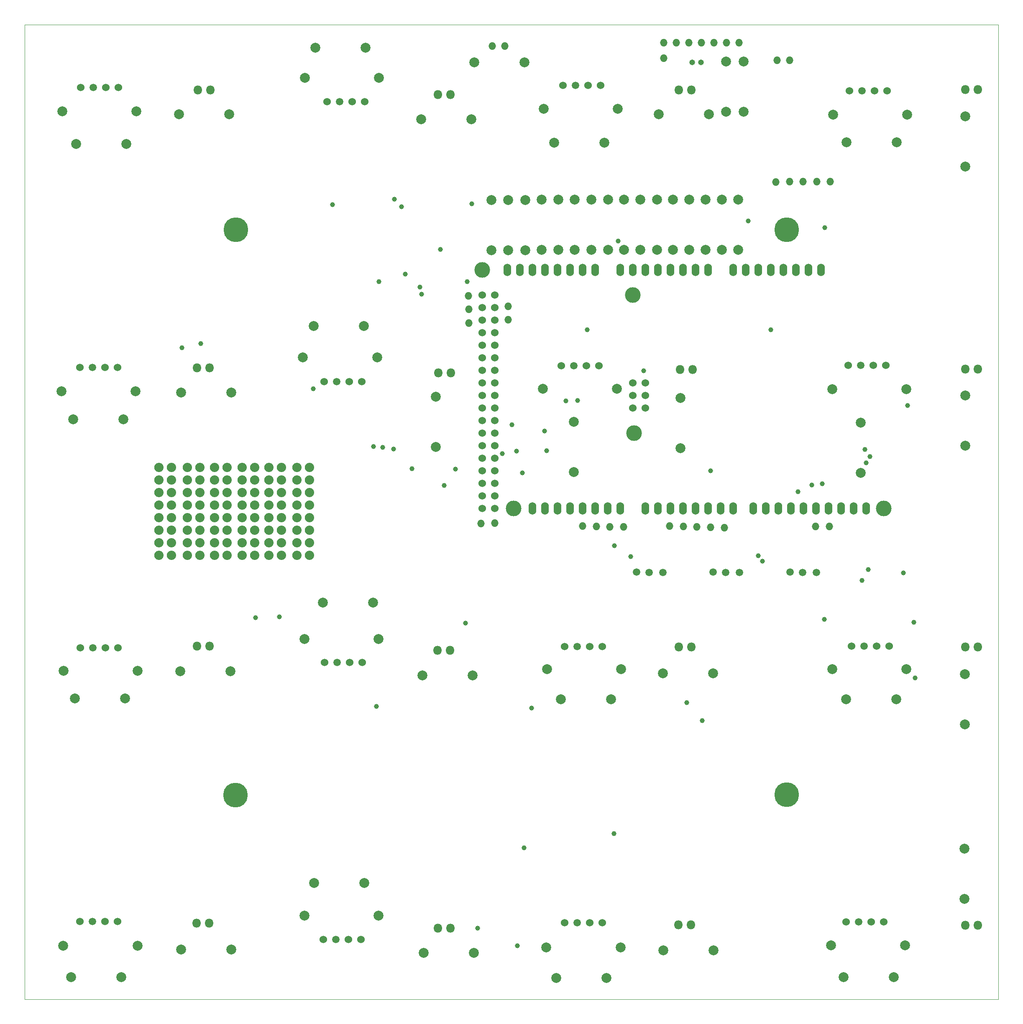
<source format=gts>
%TF.FileFunction,Soldermask,Top*%
%FSLAX46Y46*%
G04 Gerber Fmt 4.6, Leading zero omitted, Abs format (unit mm)*
G04 Created by KiCad (PCBNEW 0.201502231246+5447~21~ubuntu14.04.1-product) date Sat 21 Mar 2015 19:15:27 AEDT*
%MOMM*%
G01*
G04 APERTURE LIST*
%ADD10C,0.100000*%
%ADD11C,5.000000*%
%ADD12O,1.524000X1.524000*%
%ADD13C,1.524000*%
%ADD14C,1.520000*%
%ADD15C,1.998980*%
%ADD16O,1.524000X2.540000*%
%ADD17C,3.175000*%
%ADD18O,1.168400X1.168400*%
%ADD19O,1.879600X1.879600*%
%ADD20O,1.800000X1.800000*%
%ADD21C,1.000000*%
G04 APERTURE END LIST*
D10*
X36499800Y46431200D02*
X233629200Y46431200D01*
X36499800Y-150774400D02*
X36499800Y46431200D01*
X233629200Y-150774400D02*
X36499800Y-150774400D01*
X233629200Y46431200D02*
X233629200Y-150774400D01*
D11*
X190805000Y4978400D03*
D12*
X181102000Y42773600D03*
X178562000Y42773600D03*
X176022000Y42773600D03*
X173482000Y42773600D03*
X170942000Y42773600D03*
X168402000Y42773600D03*
X165862000Y42773600D03*
X199619000Y14681200D03*
X126390000Y-11150600D03*
X134366000Y-10515600D03*
X126390000Y-13919200D03*
X134417000Y-13258800D03*
X196647000Y-55092600D03*
X178130000Y-55321200D03*
X175336000Y-55245000D03*
X172593000Y-55143400D03*
X169824000Y-55092600D03*
X167107000Y-55016400D03*
X157734000Y-55168800D03*
X154991000Y-55143400D03*
X152222000Y-55067200D03*
X149479000Y-55016400D03*
X131674000Y-54381400D03*
X128905000Y-54457600D03*
X165862000Y39649400D03*
D13*
X47828200Y33731200D03*
D14*
X50368200Y33731200D03*
D13*
X52908200Y33731200D03*
X55448200Y33731200D03*
X97739000Y30886400D03*
D14*
X100279000Y30886400D03*
D13*
X102819000Y30886400D03*
X105359000Y30886400D03*
X145440000Y34137600D03*
D14*
X147980000Y34137600D03*
D13*
X150520000Y34137600D03*
X153060000Y34137600D03*
X203454000Y33045400D03*
D14*
X205994000Y33045400D03*
D13*
X208534000Y33045400D03*
X211074000Y33045400D03*
X47701200Y-22936200D03*
D14*
X50241200Y-22936200D03*
D13*
X52781200Y-22936200D03*
X55321200Y-22936200D03*
X97155000Y-25755600D03*
D14*
X99695000Y-25755600D03*
D13*
X102235000Y-25755600D03*
X104775000Y-25755600D03*
X145136000Y-22606000D03*
D14*
X147676000Y-22606000D03*
D13*
X150216000Y-22606000D03*
X152756000Y-22606000D03*
X203200000Y-22504400D03*
D14*
X205740000Y-22504400D03*
D13*
X208280000Y-22504400D03*
X210820000Y-22504400D03*
X47802800Y-79654400D03*
D14*
X50342800Y-79654400D03*
D13*
X52882800Y-79654400D03*
X55422800Y-79654400D03*
X97205800Y-82600800D03*
D14*
X99745800Y-82600800D03*
D13*
X102285800Y-82600800D03*
X104825800Y-82600800D03*
X145796000Y-79375000D03*
D14*
X148336000Y-79375000D03*
D13*
X150876000Y-79375000D03*
X153416000Y-79375000D03*
X203886000Y-79298800D03*
D14*
X206426000Y-79298800D03*
D13*
X208966000Y-79298800D03*
X211506000Y-79298800D03*
X47701200Y-135052000D03*
D14*
X50241200Y-135052000D03*
D13*
X52781200Y-135052000D03*
X55321200Y-135052000D03*
X96977200Y-138684000D03*
D14*
X99517200Y-138684000D03*
D13*
X102057200Y-138684000D03*
X104597200Y-138684000D03*
X145847000Y-135306000D03*
D14*
X148387000Y-135306000D03*
D13*
X150927000Y-135306000D03*
X153467000Y-135306000D03*
X202819000Y-135128000D03*
D14*
X205359000Y-135128000D03*
D13*
X207899000Y-135128000D03*
X210439000Y-135128000D03*
D14*
X191490400Y-64338200D03*
X194030400Y-64363600D03*
X196824400Y-64363600D03*
X175844400Y-64338200D03*
X178384400Y-64363600D03*
X181178400Y-64363600D03*
X160401400Y-64338200D03*
X162941400Y-64363600D03*
X165735400Y-64363600D03*
D15*
X202311000Y-146304000D03*
X212471000Y-146304000D03*
X57099200Y22301200D03*
X46939200Y22301200D03*
X105537000Y41732200D03*
X95377000Y41732200D03*
X143662000Y22529800D03*
X153822000Y22529800D03*
X202870000Y22656800D03*
X213030000Y22656800D03*
X56464200Y-33426400D03*
X46304200Y-33426400D03*
X105156000Y-14528800D03*
X94996000Y-14528800D03*
X147701000Y-44094400D03*
X147701000Y-33934400D03*
X205740000Y-44221400D03*
X205740000Y-34061400D03*
X56845200Y-89890600D03*
X46685200Y-89890600D03*
X107061000Y-70459600D03*
X96901000Y-70459600D03*
X145034000Y-90043000D03*
X155194000Y-90043000D03*
X202768000Y-90043000D03*
X212928000Y-90043000D03*
X95072000Y-127254000D03*
X105232000Y-127254000D03*
X45872400Y-146253000D03*
X56032400Y-146253000D03*
X154254000Y-146431000D03*
X144094000Y-146431000D03*
X137668000Y38785800D03*
X127508000Y38785800D03*
X77927200Y28270200D03*
X67767200Y28270200D03*
X126898000Y27254200D03*
X116738000Y27254200D03*
X164846000Y28270200D03*
X175006000Y28270200D03*
X226924000Y17703800D03*
X226924000Y27863800D03*
X78308200Y-28016200D03*
X68148200Y-28016200D03*
X119761000Y-38989000D03*
X119761000Y-28829000D03*
X169291000Y-39268400D03*
X169291000Y-29108400D03*
X226924000Y-38760400D03*
X226924000Y-28600400D03*
X78181200Y-84378800D03*
X68021200Y-84378800D03*
X127229000Y-85267800D03*
X117069000Y-85267800D03*
X165735000Y-84836000D03*
X175895000Y-84836000D03*
X226873000Y-95148400D03*
X226873000Y-84988400D03*
X78308200Y-140716000D03*
X68148200Y-140716000D03*
X127406000Y-141351000D03*
X117246000Y-141351000D03*
X165786000Y-140818000D03*
X175946000Y-140818000D03*
X226797000Y-120269000D03*
X226797000Y-130429000D03*
X177648000Y10998200D03*
X177648000Y838200D03*
X171069000Y10998200D03*
X171069000Y838200D03*
X164490000Y10998200D03*
X164490000Y838200D03*
X157861000Y10998200D03*
X157861000Y838200D03*
X151232000Y10998200D03*
X151232000Y838200D03*
X144526000Y10998200D03*
X144526000Y838200D03*
X137820000Y10922000D03*
X137820000Y762000D03*
X131039000Y10947400D03*
X131039000Y787400D03*
X174346000Y10998200D03*
X174346000Y838200D03*
X180950000Y10998200D03*
X180950000Y838200D03*
X167767000Y10998200D03*
X167767000Y838200D03*
X161163000Y10998200D03*
X161163000Y838200D03*
X154584000Y10998200D03*
X154584000Y838200D03*
X147879000Y10998200D03*
X147879000Y838200D03*
X141173000Y10998200D03*
X141173000Y838200D03*
X134391000Y10922000D03*
X134391000Y762000D03*
X178537000Y38963600D03*
X178537000Y28803600D03*
D16*
X157074000Y-51485800D03*
X154534000Y-51485800D03*
X151994000Y-51485800D03*
X149454000Y-51485800D03*
X146914000Y-51485800D03*
X144374000Y-51485800D03*
X141834000Y-51485800D03*
X139294000Y-51485800D03*
X134214000Y-3225800D03*
X136754000Y-3225800D03*
X139294000Y-3225800D03*
X141834000Y-3225800D03*
X151994000Y-3225800D03*
X157074000Y-3225800D03*
X159614000Y-3225800D03*
X149454000Y-3225800D03*
X146914000Y-3225800D03*
X144374000Y-3225800D03*
X162154000Y-3225800D03*
X164694000Y-3225800D03*
X167234000Y-3225800D03*
X174854000Y-3225800D03*
X172314000Y-3225800D03*
X169774000Y-3225800D03*
X179934000Y-3225800D03*
X182474000Y-3225800D03*
X185014000Y-3225800D03*
X190094000Y-3225800D03*
X192634000Y-3225800D03*
X162154000Y-51485800D03*
X164694000Y-51485800D03*
X167234000Y-51485800D03*
X169774000Y-51485800D03*
X172314000Y-51485800D03*
X174854000Y-51485800D03*
X177394000Y-51485800D03*
X179934000Y-51485800D03*
X183998000Y-51485800D03*
X186538000Y-51485800D03*
X189078000Y-51485800D03*
X191618000Y-51485800D03*
X194158000Y-51485800D03*
X196698000Y-51485800D03*
X199238000Y-51485800D03*
X201778000Y-51485800D03*
X187554000Y-3225800D03*
D17*
X129134000Y-3225800D03*
X135484000Y-51485800D03*
X210414000Y-51485800D03*
D13*
X131674000Y-48945800D03*
X129134000Y-48945800D03*
X131674000Y-46405800D03*
X129134000Y-46405800D03*
X131674000Y-43865800D03*
X129134000Y-43865800D03*
X131674000Y-41325800D03*
X129134000Y-41325800D03*
X131674000Y-51485800D03*
X129134000Y-51485800D03*
X129134000Y-38785800D03*
X131674000Y-38785800D03*
X131674000Y-36245800D03*
X129134000Y-36245800D03*
X131674000Y-33705800D03*
X129134000Y-33705800D03*
X131674000Y-31165800D03*
X129134000Y-31165800D03*
X131674000Y-28625800D03*
X129134000Y-28625800D03*
X131674000Y-26085800D03*
X129134000Y-26085800D03*
X131674000Y-23545800D03*
X129134000Y-23545800D03*
X131674000Y-21005800D03*
X129134000Y-21005800D03*
X131674000Y-18465800D03*
X129134000Y-18465800D03*
X131674000Y-15925800D03*
X129134000Y-15925800D03*
X131674000Y-13385800D03*
X129134000Y-13385800D03*
X131674000Y-10845800D03*
X129134000Y-10845800D03*
X131674000Y-8305800D03*
X129134000Y-8305800D03*
X162154000Y-31165800D03*
X159614000Y-31165800D03*
X162154000Y-28625800D03*
X159614000Y-28625800D03*
X162154000Y-26085800D03*
X159614000Y-26085800D03*
D17*
X159868000Y-36245800D03*
X159614000Y-8305800D03*
D16*
X195174000Y-3225800D03*
X197714000Y-3225800D03*
X204318000Y-51485800D03*
X206858000Y-51485800D03*
D12*
X131191000Y42087800D03*
X133731000Y42087800D03*
D15*
X44138200Y28905200D03*
X59138200Y28905200D03*
X93236000Y35687000D03*
X108236000Y35687000D03*
X141598000Y29438600D03*
X156598000Y29438600D03*
X200170000Y28244800D03*
X215170000Y28244800D03*
X43985800Y-27736800D03*
X58985800Y-27736800D03*
X92855000Y-20904200D03*
X107855000Y-20904200D03*
X141420000Y-27228800D03*
X156420000Y-27228800D03*
X199993000Y-27305000D03*
X214993000Y-27305000D03*
X44366800Y-84277200D03*
X59366800Y-84277200D03*
X93135000Y-77851000D03*
X108135000Y-77851000D03*
X142233000Y-83947000D03*
X157233000Y-83947000D03*
X199967000Y-83947000D03*
X214967000Y-83947000D03*
X44341400Y-139929000D03*
X59341400Y-139929000D03*
X93160000Y-133858000D03*
X108160000Y-133858000D03*
X142131000Y-140284000D03*
X157131000Y-140284000D03*
X199764000Y-139827000D03*
X214764000Y-139827000D03*
X182067000Y28854400D03*
X182067000Y39014400D03*
D12*
X196850000Y14681200D03*
X126340000Y-8407400D03*
X199415000Y-55092600D03*
X194081000Y14681200D03*
X191363000Y14655800D03*
X188595000Y14605000D03*
D18*
X173457000Y38811200D03*
X171679000Y38811200D03*
D11*
X79248000Y4978400D03*
X79222600Y-109423000D03*
X190779000Y-109347000D03*
D19*
X66192400Y-60934400D03*
X63652400Y-60934400D03*
X66192400Y-58394400D03*
X63652400Y-58394400D03*
X66192400Y-55854400D03*
X63652400Y-55854400D03*
X66192400Y-53314400D03*
X63652400Y-53314400D03*
X66192400Y-50774400D03*
X63652400Y-50774400D03*
X66192400Y-48234400D03*
X63652400Y-48234400D03*
X66192400Y-45694400D03*
X63652400Y-45694400D03*
X66192400Y-43154400D03*
X63652400Y-43154400D03*
X94157800Y-60934400D03*
X91617800Y-60934400D03*
X94157800Y-58394400D03*
X91617800Y-58394400D03*
X94157800Y-55854400D03*
X91617800Y-55854400D03*
X94157800Y-53314400D03*
X91617800Y-53314400D03*
X94157800Y-50774400D03*
X91617800Y-50774400D03*
X94157800Y-48234400D03*
X91617800Y-48234400D03*
X94157800Y-45694400D03*
X91617800Y-45694400D03*
X94157800Y-43154400D03*
X91617800Y-43154400D03*
X71983600Y-60909400D03*
X69443600Y-60909400D03*
X71983600Y-58369400D03*
X69443600Y-58369400D03*
X71983600Y-55829400D03*
X69443600Y-55829400D03*
X71983600Y-53289400D03*
X69443600Y-53289400D03*
X71983600Y-50749400D03*
X69443600Y-50749400D03*
X71983600Y-48209400D03*
X69443600Y-48209400D03*
X71983600Y-45669400D03*
X69443600Y-45669400D03*
X71983600Y-43129400D03*
X69443600Y-43129400D03*
X77520800Y-60909400D03*
X74980800Y-60909400D03*
X77520800Y-58369400D03*
X74980800Y-58369400D03*
X77520800Y-55829400D03*
X74980800Y-55829400D03*
X77520800Y-53289400D03*
X74980800Y-53289400D03*
X77520800Y-50749400D03*
X74980800Y-50749400D03*
X77520800Y-48209400D03*
X74980800Y-48209400D03*
X77520800Y-45669400D03*
X74980800Y-45669400D03*
X77520800Y-43129400D03*
X74980800Y-43129400D03*
X83058000Y-60960400D03*
X80518000Y-60960400D03*
X83058000Y-58420400D03*
X80518000Y-58420400D03*
X83058000Y-55880400D03*
X80518000Y-55880400D03*
X83058000Y-53340400D03*
X80518000Y-53340400D03*
X83058000Y-50800400D03*
X80518000Y-50800400D03*
X83058000Y-48260400D03*
X80518000Y-48260400D03*
X83058000Y-45720400D03*
X80518000Y-45720400D03*
X83058000Y-43180400D03*
X80518000Y-43180400D03*
X88519000Y-60934400D03*
X85979000Y-60934400D03*
X88519000Y-58394400D03*
X85979000Y-58394400D03*
X88519000Y-55854400D03*
X85979000Y-55854400D03*
X88519000Y-53314400D03*
X85979000Y-53314400D03*
X88519000Y-50774400D03*
X85979000Y-50774400D03*
X88519000Y-48234400D03*
X85979000Y-48234400D03*
X88519000Y-45694400D03*
X85979000Y-45694400D03*
X88519000Y-43154400D03*
X85979000Y-43154400D03*
D12*
X191389000Y39268400D03*
X188849000Y39268400D03*
D20*
X71577200Y33223200D03*
X74117200Y33223200D03*
X120167000Y32283400D03*
X122707000Y32283400D03*
X168935000Y33248600D03*
X171475000Y33248600D03*
X226949000Y33324800D03*
X229489000Y33324800D03*
X71399400Y-22987000D03*
X73939400Y-22987000D03*
X120269000Y-24028400D03*
X122809000Y-24028400D03*
X169164000Y-23342600D03*
X171704000Y-23342600D03*
X226949000Y-23291800D03*
X229489000Y-23291800D03*
X71399400Y-79298800D03*
X73939400Y-79298800D03*
X120091000Y-80187800D03*
X122631000Y-80187800D03*
X168910000Y-79502000D03*
X171450000Y-79502000D03*
X226898000Y-79451200D03*
X229438000Y-79451200D03*
X71323200Y-135382000D03*
X73863200Y-135382000D03*
X120167000Y-136373000D03*
X122707000Y-136373000D03*
X168808000Y-135661000D03*
X171348000Y-135661000D03*
X226898000Y-135763000D03*
X229438000Y-135763000D03*
D21*
X207267800Y-63818000D03*
X170580800Y-90731600D03*
X155832400Y-117227800D03*
X128235800Y-136390500D03*
X126129700Y-5590700D03*
X108257000Y-5590700D03*
X98820400Y10044700D03*
X116559400Y-6685000D03*
X120681700Y922500D03*
X126995200Y10182000D03*
X116860500Y-8085400D03*
X155928600Y-58981500D03*
X125731300Y-74650500D03*
X214416800Y-64508000D03*
X137252500Y-44265500D03*
X83256500Y-73553000D03*
X111212000Y-39435000D03*
X146112900Y-29713500D03*
X206581700Y-39550300D03*
X114930000Y-43430000D03*
X148461600Y-29639500D03*
X175329900Y-43863900D03*
X185044500Y-60997500D03*
X173665900Y-94414800D03*
X197983300Y-46438500D03*
X94895400Y-27225700D03*
X107142900Y-38922900D03*
X111353600Y11146400D03*
X108971100Y-39068100D03*
X112758300Y9618600D03*
X141774700Y-35776100D03*
X215287000Y-30647100D03*
X142217900Y-39805700D03*
X159211200Y-61190400D03*
X88036200Y-73399400D03*
X121459000Y-46798300D03*
X136104500Y-39857500D03*
X207645100Y-40921700D03*
X216545900Y-74504300D03*
X139119100Y-91871600D03*
X133204100Y-40315900D03*
X206859700Y-42222000D03*
X216787200Y-85752300D03*
X123735200Y-43526400D03*
X135189100Y-34554500D03*
X185885000Y-62137600D03*
X137590700Y-120090600D03*
X187554000Y-15265700D03*
X150394600Y-15265700D03*
X193044900Y-48103400D03*
X198509600Y5331500D03*
X156686700Y2638000D03*
X183026700Y6683000D03*
X68340000Y-18916500D03*
X161778400Y-23580000D03*
X72186200Y-18070000D03*
X113565900Y-4004300D03*
X198428800Y-73922100D03*
X206046400Y-66037800D03*
X107732700Y-91537700D03*
X136219100Y-139911000D03*
X195814900Y-46726500D03*
M02*

</source>
